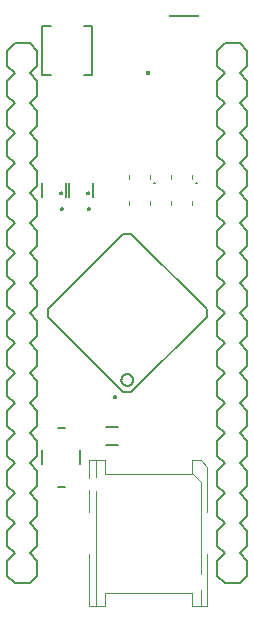
<source format=gbo>
G75*
%MOIN*%
%OFA0B0*%
%FSLAX25Y25*%
%IPPOS*%
%LPD*%
%AMOC8*
5,1,8,0,0,1.08239X$1,22.5*
%
%ADD10C,0.00800*%
%ADD11C,0.00394*%
%ADD12C,0.00600*%
%ADD13C,0.00500*%
%ADD14C,0.00787*%
%ADD15R,0.01673X0.01772*%
%ADD16R,0.10000X0.01000*%
D10*
X0037663Y0017000D02*
X0040163Y0014500D01*
X0045163Y0014500D01*
X0047663Y0017000D01*
X0047663Y0022000D01*
X0045163Y0024500D01*
X0047663Y0027000D01*
X0047663Y0032000D01*
X0045163Y0034500D01*
X0047663Y0037000D01*
X0047663Y0042000D01*
X0045163Y0044500D01*
X0047663Y0047000D01*
X0047663Y0052000D01*
X0045163Y0054500D01*
X0047663Y0057000D01*
X0047663Y0062000D01*
X0045163Y0064500D01*
X0047663Y0067000D01*
X0047663Y0072000D01*
X0045163Y0074500D01*
X0047663Y0077000D01*
X0047663Y0082000D01*
X0045163Y0084500D01*
X0047663Y0087000D01*
X0047663Y0092000D01*
X0045163Y0094500D01*
X0047663Y0097000D01*
X0047663Y0102000D01*
X0045163Y0104500D01*
X0047663Y0107000D01*
X0047663Y0112000D01*
X0045163Y0114500D01*
X0047663Y0117000D01*
X0047663Y0122000D01*
X0045163Y0124500D01*
X0047663Y0127000D01*
X0047663Y0132000D01*
X0045163Y0134500D01*
X0047663Y0137000D01*
X0047663Y0142000D01*
X0045163Y0144500D01*
X0047663Y0147000D01*
X0047663Y0152000D01*
X0045163Y0154500D01*
X0047663Y0157000D01*
X0047663Y0162000D01*
X0045163Y0164500D01*
X0047663Y0167000D01*
X0047663Y0172000D01*
X0045163Y0174500D01*
X0047663Y0177000D01*
X0047663Y0182000D01*
X0045163Y0184500D01*
X0047663Y0187000D01*
X0047663Y0192000D01*
X0045163Y0194500D01*
X0040163Y0194500D01*
X0037663Y0192000D01*
X0037663Y0187000D01*
X0040163Y0184500D01*
X0037663Y0182000D01*
X0037663Y0177000D01*
X0040163Y0174500D01*
X0037663Y0172000D01*
X0037663Y0167000D01*
X0040163Y0164500D01*
X0037663Y0162000D01*
X0037663Y0157000D01*
X0040163Y0154500D01*
X0037663Y0152000D01*
X0037663Y0147000D01*
X0040163Y0144500D01*
X0037663Y0142000D01*
X0037663Y0137000D01*
X0040163Y0134500D01*
X0037663Y0132000D01*
X0037663Y0127000D01*
X0040163Y0124500D01*
X0037663Y0122000D01*
X0037663Y0117000D01*
X0040163Y0114500D01*
X0037663Y0112000D01*
X0037663Y0107000D01*
X0040163Y0104500D01*
X0037663Y0102000D01*
X0037663Y0097000D01*
X0040163Y0094500D01*
X0037663Y0092000D01*
X0037663Y0087000D01*
X0040163Y0084500D01*
X0037663Y0082000D01*
X0037663Y0077000D01*
X0040163Y0074500D01*
X0037663Y0072000D01*
X0037663Y0067000D01*
X0040163Y0064500D01*
X0037663Y0062000D01*
X0037663Y0057000D01*
X0040163Y0054500D01*
X0037663Y0052000D01*
X0037663Y0047000D01*
X0040163Y0044500D01*
X0037663Y0042000D01*
X0037663Y0037000D01*
X0040163Y0034500D01*
X0037663Y0032000D01*
X0037663Y0027000D01*
X0040163Y0024500D01*
X0037663Y0022000D01*
X0037663Y0017000D01*
X0054482Y0046657D02*
X0056845Y0046657D01*
X0061963Y0054138D02*
X0061963Y0058862D01*
X0070695Y0060547D02*
X0074632Y0060547D01*
X0074632Y0066453D02*
X0070695Y0066453D01*
X0056845Y0066343D02*
X0054482Y0066343D01*
X0049364Y0058862D02*
X0049364Y0054138D01*
X0107663Y0052000D02*
X0107663Y0047000D01*
X0110163Y0044500D01*
X0107663Y0042000D01*
X0107663Y0037000D01*
X0110163Y0034500D01*
X0107663Y0032000D01*
X0107663Y0027000D01*
X0110163Y0024500D01*
X0107663Y0022000D01*
X0107663Y0017000D01*
X0110163Y0014500D01*
X0115163Y0014500D01*
X0117663Y0017000D01*
X0117663Y0022000D01*
X0115163Y0024500D01*
X0117663Y0027000D01*
X0117663Y0032000D01*
X0115163Y0034500D01*
X0117663Y0037000D01*
X0117663Y0042000D01*
X0115163Y0044500D01*
X0117663Y0047000D01*
X0117663Y0052000D01*
X0115163Y0054500D01*
X0117663Y0057000D01*
X0117663Y0062000D01*
X0115163Y0064500D01*
X0117663Y0067000D01*
X0117663Y0072000D01*
X0115163Y0074500D01*
X0117663Y0077000D01*
X0117663Y0082000D01*
X0115163Y0084500D01*
X0117663Y0087000D01*
X0117663Y0092000D01*
X0115163Y0094500D01*
X0117663Y0097000D01*
X0117663Y0102000D01*
X0115163Y0104500D01*
X0117663Y0107000D01*
X0117663Y0112000D01*
X0115163Y0114500D01*
X0117663Y0117000D01*
X0117663Y0122000D01*
X0115163Y0124500D01*
X0117663Y0127000D01*
X0117663Y0132000D01*
X0115163Y0134500D01*
X0117663Y0137000D01*
X0117663Y0142000D01*
X0115163Y0144500D01*
X0117663Y0147000D01*
X0117663Y0152000D01*
X0115163Y0154500D01*
X0117663Y0157000D01*
X0117663Y0162000D01*
X0115163Y0164500D01*
X0117663Y0167000D01*
X0117663Y0172000D01*
X0115163Y0174500D01*
X0117663Y0177000D01*
X0117663Y0182000D01*
X0115163Y0184500D01*
X0117663Y0187000D01*
X0117663Y0192000D01*
X0115163Y0194500D01*
X0110163Y0194500D01*
X0107663Y0192000D01*
X0107663Y0187000D01*
X0110163Y0184500D01*
X0107663Y0182000D01*
X0107663Y0177000D01*
X0110163Y0174500D01*
X0107663Y0172000D01*
X0107663Y0167000D01*
X0110163Y0164500D01*
X0107663Y0162000D01*
X0107663Y0157000D01*
X0110163Y0154500D01*
X0107663Y0152000D01*
X0107663Y0147000D01*
X0110163Y0144500D01*
X0107663Y0142000D01*
X0107663Y0137000D01*
X0110163Y0134500D01*
X0107663Y0132000D01*
X0107663Y0127000D01*
X0110163Y0124500D01*
X0107663Y0122000D01*
X0107663Y0117000D01*
X0110163Y0114500D01*
X0107663Y0112000D01*
X0107663Y0107000D01*
X0110163Y0104500D01*
X0107663Y0102000D01*
X0107663Y0097000D01*
X0110163Y0094500D01*
X0107663Y0092000D01*
X0107663Y0087000D01*
X0110163Y0084500D01*
X0107663Y0082000D01*
X0107663Y0077000D01*
X0110163Y0074500D01*
X0107663Y0072000D01*
X0107663Y0067000D01*
X0110163Y0064500D01*
X0107663Y0062000D01*
X0107663Y0057000D01*
X0110163Y0054500D01*
X0107663Y0052000D01*
D11*
X0104349Y0053247D02*
X0104349Y0038090D01*
X0102183Y0048326D02*
X0102183Y0017617D01*
X0102183Y0012106D02*
X0102183Y0006987D01*
X0104349Y0006987D01*
X0104349Y0024310D01*
X0099230Y0011121D02*
X0099230Y0006987D01*
X0102183Y0006987D01*
X0099230Y0011121D02*
X0070097Y0011121D01*
X0070097Y0006987D01*
X0067144Y0006987D01*
X0067144Y0045176D01*
X0064978Y0045570D02*
X0064978Y0038090D01*
X0064978Y0049507D02*
X0064978Y0055413D01*
X0067144Y0055413D01*
X0067144Y0049704D01*
X0070097Y0050885D02*
X0070097Y0055413D01*
X0067144Y0055413D01*
X0070097Y0050885D02*
X0099230Y0050885D01*
X0099230Y0051279D01*
X0102183Y0048326D01*
X0099230Y0051279D02*
X0099230Y0055413D01*
X0102183Y0055413D01*
X0104349Y0053247D01*
X0064978Y0024310D02*
X0064978Y0006987D01*
X0067144Y0006987D01*
X0078120Y0140382D02*
X0078120Y0141957D01*
X0085207Y0141957D02*
X0085207Y0140382D01*
X0092120Y0140382D02*
X0092120Y0141957D01*
X0099207Y0141957D02*
X0099207Y0140382D01*
X0099207Y0149043D02*
X0099207Y0150618D01*
X0092120Y0150618D02*
X0092120Y0149043D01*
X0085207Y0149043D02*
X0085207Y0150618D01*
X0078120Y0150618D02*
X0078120Y0149043D01*
D12*
X0066187Y0147803D02*
X0066187Y0143197D01*
X0058140Y0143197D02*
X0058140Y0147803D01*
X0057187Y0147803D02*
X0057187Y0143197D01*
X0049140Y0143197D02*
X0049140Y0147803D01*
D13*
X0055331Y0144476D02*
X0055333Y0144513D01*
X0055339Y0144550D01*
X0055349Y0144587D01*
X0055362Y0144621D01*
X0055380Y0144655D01*
X0055400Y0144686D01*
X0055424Y0144715D01*
X0055451Y0144741D01*
X0055481Y0144764D01*
X0055512Y0144784D01*
X0055546Y0144800D01*
X0055581Y0144813D01*
X0055618Y0144822D01*
X0055655Y0144827D01*
X0055692Y0144828D01*
X0055730Y0144825D01*
X0055767Y0144818D01*
X0055802Y0144807D01*
X0055837Y0144793D01*
X0055870Y0144774D01*
X0055900Y0144753D01*
X0055929Y0144728D01*
X0055954Y0144701D01*
X0055976Y0144671D01*
X0055995Y0144638D01*
X0056011Y0144604D01*
X0056023Y0144569D01*
X0056031Y0144532D01*
X0056035Y0144495D01*
X0056035Y0144457D01*
X0056031Y0144420D01*
X0056023Y0144383D01*
X0056011Y0144348D01*
X0055995Y0144314D01*
X0055976Y0144281D01*
X0055954Y0144251D01*
X0055929Y0144224D01*
X0055900Y0144199D01*
X0055870Y0144178D01*
X0055837Y0144159D01*
X0055802Y0144145D01*
X0055767Y0144134D01*
X0055730Y0144127D01*
X0055692Y0144124D01*
X0055655Y0144125D01*
X0055618Y0144130D01*
X0055581Y0144139D01*
X0055546Y0144152D01*
X0055512Y0144168D01*
X0055481Y0144188D01*
X0055451Y0144211D01*
X0055424Y0144237D01*
X0055400Y0144266D01*
X0055380Y0144297D01*
X0055362Y0144331D01*
X0055349Y0144365D01*
X0055339Y0144402D01*
X0055333Y0144439D01*
X0055331Y0144476D01*
X0064331Y0144476D02*
X0064333Y0144513D01*
X0064339Y0144550D01*
X0064349Y0144587D01*
X0064362Y0144621D01*
X0064380Y0144655D01*
X0064400Y0144686D01*
X0064424Y0144715D01*
X0064451Y0144741D01*
X0064481Y0144764D01*
X0064512Y0144784D01*
X0064546Y0144800D01*
X0064581Y0144813D01*
X0064618Y0144822D01*
X0064655Y0144827D01*
X0064692Y0144828D01*
X0064730Y0144825D01*
X0064767Y0144818D01*
X0064802Y0144807D01*
X0064837Y0144793D01*
X0064870Y0144774D01*
X0064900Y0144753D01*
X0064929Y0144728D01*
X0064954Y0144701D01*
X0064976Y0144671D01*
X0064995Y0144638D01*
X0065011Y0144604D01*
X0065023Y0144569D01*
X0065031Y0144532D01*
X0065035Y0144495D01*
X0065035Y0144457D01*
X0065031Y0144420D01*
X0065023Y0144383D01*
X0065011Y0144348D01*
X0064995Y0144314D01*
X0064976Y0144281D01*
X0064954Y0144251D01*
X0064929Y0144224D01*
X0064900Y0144199D01*
X0064870Y0144178D01*
X0064837Y0144159D01*
X0064802Y0144145D01*
X0064767Y0144134D01*
X0064730Y0144127D01*
X0064692Y0144124D01*
X0064655Y0144125D01*
X0064618Y0144130D01*
X0064581Y0144139D01*
X0064546Y0144152D01*
X0064512Y0144168D01*
X0064481Y0144188D01*
X0064451Y0144211D01*
X0064424Y0144237D01*
X0064400Y0144266D01*
X0064380Y0144297D01*
X0064362Y0144331D01*
X0064349Y0144365D01*
X0064339Y0144402D01*
X0064333Y0144439D01*
X0064331Y0144476D01*
X0064411Y0139200D02*
X0064413Y0139237D01*
X0064419Y0139274D01*
X0064429Y0139311D01*
X0064442Y0139345D01*
X0064460Y0139379D01*
X0064480Y0139410D01*
X0064504Y0139439D01*
X0064531Y0139465D01*
X0064561Y0139488D01*
X0064592Y0139508D01*
X0064626Y0139524D01*
X0064661Y0139537D01*
X0064698Y0139546D01*
X0064735Y0139551D01*
X0064772Y0139552D01*
X0064810Y0139549D01*
X0064847Y0139542D01*
X0064882Y0139531D01*
X0064917Y0139517D01*
X0064950Y0139498D01*
X0064980Y0139477D01*
X0065009Y0139452D01*
X0065034Y0139425D01*
X0065056Y0139395D01*
X0065075Y0139362D01*
X0065091Y0139328D01*
X0065103Y0139293D01*
X0065111Y0139256D01*
X0065115Y0139219D01*
X0065115Y0139181D01*
X0065111Y0139144D01*
X0065103Y0139107D01*
X0065091Y0139072D01*
X0065075Y0139038D01*
X0065056Y0139005D01*
X0065034Y0138975D01*
X0065009Y0138948D01*
X0064980Y0138923D01*
X0064950Y0138902D01*
X0064917Y0138883D01*
X0064882Y0138869D01*
X0064847Y0138858D01*
X0064810Y0138851D01*
X0064772Y0138848D01*
X0064735Y0138849D01*
X0064698Y0138854D01*
X0064661Y0138863D01*
X0064626Y0138876D01*
X0064592Y0138892D01*
X0064561Y0138912D01*
X0064531Y0138935D01*
X0064504Y0138961D01*
X0064480Y0138990D01*
X0064460Y0139021D01*
X0064442Y0139055D01*
X0064429Y0139089D01*
X0064419Y0139126D01*
X0064413Y0139163D01*
X0064411Y0139200D01*
X0055411Y0139200D02*
X0055413Y0139237D01*
X0055419Y0139274D01*
X0055429Y0139311D01*
X0055442Y0139345D01*
X0055460Y0139379D01*
X0055480Y0139410D01*
X0055504Y0139439D01*
X0055531Y0139465D01*
X0055561Y0139488D01*
X0055592Y0139508D01*
X0055626Y0139524D01*
X0055661Y0139537D01*
X0055698Y0139546D01*
X0055735Y0139551D01*
X0055772Y0139552D01*
X0055810Y0139549D01*
X0055847Y0139542D01*
X0055882Y0139531D01*
X0055917Y0139517D01*
X0055950Y0139498D01*
X0055980Y0139477D01*
X0056009Y0139452D01*
X0056034Y0139425D01*
X0056056Y0139395D01*
X0056075Y0139362D01*
X0056091Y0139328D01*
X0056103Y0139293D01*
X0056111Y0139256D01*
X0056115Y0139219D01*
X0056115Y0139181D01*
X0056111Y0139144D01*
X0056103Y0139107D01*
X0056091Y0139072D01*
X0056075Y0139038D01*
X0056056Y0139005D01*
X0056034Y0138975D01*
X0056009Y0138948D01*
X0055980Y0138923D01*
X0055950Y0138902D01*
X0055917Y0138883D01*
X0055882Y0138869D01*
X0055847Y0138858D01*
X0055810Y0138851D01*
X0055772Y0138848D01*
X0055735Y0138849D01*
X0055698Y0138854D01*
X0055661Y0138863D01*
X0055626Y0138876D01*
X0055592Y0138892D01*
X0055561Y0138912D01*
X0055531Y0138935D01*
X0055504Y0138961D01*
X0055480Y0138990D01*
X0055460Y0139021D01*
X0055442Y0139055D01*
X0055429Y0139089D01*
X0055419Y0139126D01*
X0055413Y0139163D01*
X0055411Y0139200D01*
X0076272Y0130947D02*
X0079055Y0130947D01*
X0104110Y0105892D01*
X0104110Y0103108D01*
X0079055Y0078053D01*
X0076272Y0078053D01*
X0051217Y0103108D01*
X0051217Y0105892D01*
X0076272Y0130947D01*
X0075694Y0082229D02*
X0075696Y0082317D01*
X0075702Y0082405D01*
X0075712Y0082493D01*
X0075726Y0082581D01*
X0075743Y0082667D01*
X0075765Y0082753D01*
X0075790Y0082837D01*
X0075820Y0082921D01*
X0075852Y0083003D01*
X0075889Y0083083D01*
X0075929Y0083162D01*
X0075973Y0083239D01*
X0076020Y0083314D01*
X0076070Y0083386D01*
X0076124Y0083457D01*
X0076180Y0083524D01*
X0076240Y0083590D01*
X0076302Y0083652D01*
X0076368Y0083712D01*
X0076435Y0083768D01*
X0076506Y0083822D01*
X0076578Y0083872D01*
X0076653Y0083919D01*
X0076730Y0083963D01*
X0076809Y0084003D01*
X0076889Y0084040D01*
X0076971Y0084072D01*
X0077055Y0084102D01*
X0077139Y0084127D01*
X0077225Y0084149D01*
X0077311Y0084166D01*
X0077399Y0084180D01*
X0077487Y0084190D01*
X0077575Y0084196D01*
X0077663Y0084198D01*
X0077751Y0084196D01*
X0077839Y0084190D01*
X0077927Y0084180D01*
X0078015Y0084166D01*
X0078101Y0084149D01*
X0078187Y0084127D01*
X0078271Y0084102D01*
X0078355Y0084072D01*
X0078437Y0084040D01*
X0078517Y0084003D01*
X0078596Y0083963D01*
X0078673Y0083919D01*
X0078748Y0083872D01*
X0078820Y0083822D01*
X0078891Y0083768D01*
X0078958Y0083712D01*
X0079024Y0083652D01*
X0079086Y0083590D01*
X0079146Y0083524D01*
X0079202Y0083457D01*
X0079256Y0083386D01*
X0079306Y0083314D01*
X0079353Y0083239D01*
X0079397Y0083162D01*
X0079437Y0083083D01*
X0079474Y0083003D01*
X0079506Y0082921D01*
X0079536Y0082837D01*
X0079561Y0082753D01*
X0079583Y0082667D01*
X0079600Y0082581D01*
X0079614Y0082493D01*
X0079624Y0082405D01*
X0079630Y0082317D01*
X0079632Y0082229D01*
X0079630Y0082141D01*
X0079624Y0082053D01*
X0079614Y0081965D01*
X0079600Y0081877D01*
X0079583Y0081791D01*
X0079561Y0081705D01*
X0079536Y0081621D01*
X0079506Y0081537D01*
X0079474Y0081455D01*
X0079437Y0081375D01*
X0079397Y0081296D01*
X0079353Y0081219D01*
X0079306Y0081144D01*
X0079256Y0081072D01*
X0079202Y0081001D01*
X0079146Y0080934D01*
X0079086Y0080868D01*
X0079024Y0080806D01*
X0078958Y0080746D01*
X0078891Y0080690D01*
X0078820Y0080636D01*
X0078748Y0080586D01*
X0078673Y0080539D01*
X0078596Y0080495D01*
X0078517Y0080455D01*
X0078437Y0080418D01*
X0078355Y0080386D01*
X0078271Y0080356D01*
X0078187Y0080331D01*
X0078101Y0080309D01*
X0078015Y0080292D01*
X0077927Y0080278D01*
X0077839Y0080268D01*
X0077751Y0080262D01*
X0077663Y0080260D01*
X0077575Y0080262D01*
X0077487Y0080268D01*
X0077399Y0080278D01*
X0077311Y0080292D01*
X0077225Y0080309D01*
X0077139Y0080331D01*
X0077055Y0080356D01*
X0076971Y0080386D01*
X0076889Y0080418D01*
X0076809Y0080455D01*
X0076730Y0080495D01*
X0076653Y0080539D01*
X0076578Y0080586D01*
X0076506Y0080636D01*
X0076435Y0080690D01*
X0076368Y0080746D01*
X0076302Y0080806D01*
X0076240Y0080868D01*
X0076180Y0080934D01*
X0076124Y0081001D01*
X0076070Y0081072D01*
X0076020Y0081144D01*
X0075973Y0081219D01*
X0075929Y0081296D01*
X0075889Y0081375D01*
X0075852Y0081455D01*
X0075820Y0081537D01*
X0075790Y0081621D01*
X0075765Y0081705D01*
X0075743Y0081791D01*
X0075726Y0081877D01*
X0075712Y0081965D01*
X0075702Y0082053D01*
X0075696Y0082141D01*
X0075694Y0082229D01*
X0065931Y0183732D02*
X0063175Y0183732D01*
X0065931Y0183732D02*
X0065931Y0200268D01*
X0063175Y0200268D01*
X0052152Y0200268D02*
X0049396Y0200268D01*
X0049396Y0183732D01*
X0052152Y0183732D01*
D14*
X0086703Y0147882D02*
X0086705Y0147894D01*
X0086710Y0147905D01*
X0086719Y0147914D01*
X0086730Y0147919D01*
X0086742Y0147921D01*
X0086754Y0147919D01*
X0086765Y0147914D01*
X0086774Y0147905D01*
X0086779Y0147894D01*
X0086781Y0147882D01*
X0086779Y0147870D01*
X0086774Y0147859D01*
X0086765Y0147850D01*
X0086754Y0147845D01*
X0086742Y0147843D01*
X0086730Y0147845D01*
X0086719Y0147850D01*
X0086710Y0147859D01*
X0086705Y0147870D01*
X0086703Y0147882D01*
X0100703Y0147882D02*
X0100705Y0147894D01*
X0100710Y0147905D01*
X0100719Y0147914D01*
X0100730Y0147919D01*
X0100742Y0147921D01*
X0100754Y0147919D01*
X0100765Y0147914D01*
X0100774Y0147905D01*
X0100779Y0147894D01*
X0100781Y0147882D01*
X0100779Y0147870D01*
X0100774Y0147859D01*
X0100765Y0147850D01*
X0100754Y0147845D01*
X0100742Y0147843D01*
X0100730Y0147845D01*
X0100719Y0147850D01*
X0100710Y0147859D01*
X0100705Y0147870D01*
X0100703Y0147882D01*
X0073233Y0076522D02*
X0073235Y0076561D01*
X0073241Y0076600D01*
X0073251Y0076638D01*
X0073264Y0076675D01*
X0073281Y0076710D01*
X0073301Y0076744D01*
X0073325Y0076775D01*
X0073352Y0076804D01*
X0073381Y0076830D01*
X0073413Y0076853D01*
X0073447Y0076873D01*
X0073483Y0076889D01*
X0073520Y0076901D01*
X0073559Y0076910D01*
X0073598Y0076915D01*
X0073637Y0076916D01*
X0073676Y0076913D01*
X0073715Y0076906D01*
X0073752Y0076895D01*
X0073789Y0076881D01*
X0073824Y0076863D01*
X0073857Y0076842D01*
X0073888Y0076817D01*
X0073916Y0076790D01*
X0073941Y0076760D01*
X0073963Y0076727D01*
X0073982Y0076693D01*
X0073997Y0076657D01*
X0074009Y0076619D01*
X0074017Y0076581D01*
X0074021Y0076542D01*
X0074021Y0076502D01*
X0074017Y0076463D01*
X0074009Y0076425D01*
X0073997Y0076387D01*
X0073982Y0076351D01*
X0073963Y0076317D01*
X0073941Y0076284D01*
X0073916Y0076254D01*
X0073888Y0076227D01*
X0073857Y0076202D01*
X0073824Y0076181D01*
X0073789Y0076163D01*
X0073752Y0076149D01*
X0073715Y0076138D01*
X0073676Y0076131D01*
X0073637Y0076128D01*
X0073598Y0076129D01*
X0073559Y0076134D01*
X0073520Y0076143D01*
X0073483Y0076155D01*
X0073447Y0076171D01*
X0073413Y0076191D01*
X0073381Y0076214D01*
X0073352Y0076240D01*
X0073325Y0076269D01*
X0073301Y0076300D01*
X0073281Y0076334D01*
X0073264Y0076369D01*
X0073251Y0076406D01*
X0073241Y0076444D01*
X0073235Y0076483D01*
X0073233Y0076522D01*
D15*
X0084504Y0184390D03*
D16*
X0096663Y0203600D03*
M02*

</source>
